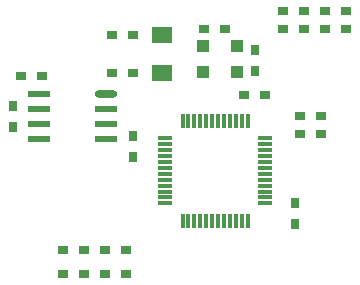
<source format=gbp>
%FSLAX25Y25*%
%MOIN*%
G70*
G01*
G75*
G04 Layer_Color=128*
%ADD10R,0.05709X0.02756*%
%ADD11R,0.03500X0.03000*%
%ADD12R,0.02362X0.04299*%
%ADD13R,0.04724X0.09843*%
%ADD14R,0.11811X0.23622*%
%ADD15R,0.15748X0.06000*%
%ADD16R,0.03937X0.03937*%
%ADD17R,0.03937X0.03937*%
%ADD18R,0.03000X0.03500*%
%ADD19R,0.03937X0.03937*%
%ADD20R,0.03937X0.03937*%
%ADD21C,0.01000*%
%ADD22C,0.02500*%
%ADD23C,0.02000*%
%ADD24C,0.06000*%
%ADD25C,0.01500*%
%ADD26C,0.03000*%
%ADD27C,0.05000*%
%ADD28R,0.12500X0.06000*%
%ADD29R,0.14000X0.23000*%
%ADD30C,0.06000*%
%ADD31R,0.06000X0.06000*%
%ADD32R,0.06000X0.06000*%
%ADD33C,0.05512*%
%ADD34C,0.02500*%
%ADD35R,0.07600X0.02400*%
%ADD36O,0.07600X0.02400*%
%ADD37R,0.07087X0.05512*%
%ADD38R,0.04724X0.01181*%
%ADD39R,0.01181X0.04724*%
%ADD40C,0.00500*%
%ADD41C,0.00787*%
%ADD42C,0.00600*%
%ADD43C,0.00800*%
%ADD44R,0.01300X0.11811*%
%ADD45C,0.00400*%
%ADD46C,0.02756*%
%ADD47C,0.00100*%
D11*
X151000Y105000D02*
D03*
X144000D02*
D03*
X151000Y99000D02*
D03*
X144000D02*
D03*
X119000Y134000D02*
D03*
X112000D02*
D03*
X81500Y132000D02*
D03*
X88500D02*
D03*
X81500Y119402D02*
D03*
X88500D02*
D03*
X152500Y134000D02*
D03*
X159500D02*
D03*
X152500Y140000D02*
D03*
X159500D02*
D03*
X138500D02*
D03*
X145500D02*
D03*
X138500Y134000D02*
D03*
X145500D02*
D03*
X79000Y52500D02*
D03*
X86000D02*
D03*
X65000D02*
D03*
X72000D02*
D03*
X65000Y60500D02*
D03*
X72000D02*
D03*
X79000D02*
D03*
X86000D02*
D03*
X58000Y118500D02*
D03*
X51000D02*
D03*
X132500Y112000D02*
D03*
X125500D02*
D03*
D18*
X129000Y127000D02*
D03*
Y120000D02*
D03*
X48500Y108500D02*
D03*
Y101500D02*
D03*
X88500Y91500D02*
D03*
Y98500D02*
D03*
X142500Y69000D02*
D03*
Y76000D02*
D03*
D20*
X123112Y128457D02*
D03*
X111695Y119796D02*
D03*
X123112D02*
D03*
X111695Y128457D02*
D03*
D35*
X57000Y112500D02*
D03*
Y107500D02*
D03*
Y102500D02*
D03*
Y97500D02*
D03*
X79500D02*
D03*
Y102500D02*
D03*
Y107500D02*
D03*
D36*
Y112500D02*
D03*
D37*
X98000Y119402D02*
D03*
Y132000D02*
D03*
D38*
X99094Y97594D02*
D03*
Y95626D02*
D03*
Y93657D02*
D03*
Y91689D02*
D03*
Y89720D02*
D03*
Y87752D02*
D03*
Y85783D02*
D03*
Y83815D02*
D03*
Y81846D02*
D03*
Y79878D02*
D03*
Y77909D02*
D03*
Y75941D02*
D03*
X132559Y75941D02*
D03*
Y77909D02*
D03*
Y79878D02*
D03*
Y81846D02*
D03*
Y83815D02*
D03*
Y85783D02*
D03*
Y87752D02*
D03*
Y89720D02*
D03*
Y91689D02*
D03*
Y93657D02*
D03*
Y95626D02*
D03*
Y97594D02*
D03*
D39*
X105000Y70035D02*
D03*
X106968D02*
D03*
X108937D02*
D03*
X110906D02*
D03*
X112874D02*
D03*
X114842D02*
D03*
X116811D02*
D03*
X118780D02*
D03*
X120748D02*
D03*
X122716D02*
D03*
X124685D02*
D03*
X126654D02*
D03*
Y103500D02*
D03*
X124685D02*
D03*
X122716D02*
D03*
X120748D02*
D03*
X118780D02*
D03*
X116811D02*
D03*
X114842D02*
D03*
X112874D02*
D03*
X110906D02*
D03*
X108937D02*
D03*
X106968D02*
D03*
X105000D02*
D03*
M02*

</source>
